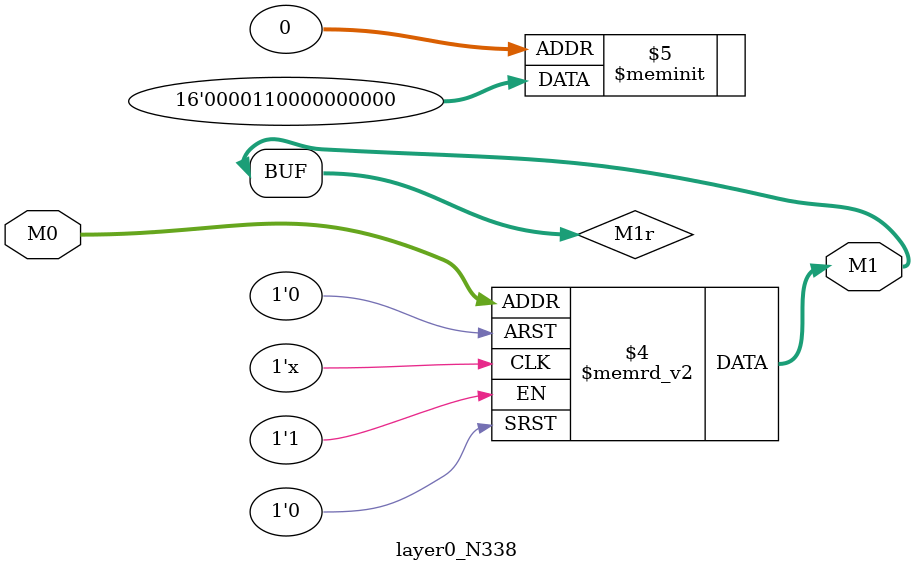
<source format=v>
module layer0_N338 ( input [2:0] M0, output [1:0] M1 );

	(*rom_style = "distributed" *) reg [1:0] M1r;
	assign M1 = M1r;
	always @ (M0) begin
		case (M0)
			3'b000: M1r = 2'b00;
			3'b100: M1r = 2'b00;
			3'b010: M1r = 2'b00;
			3'b110: M1r = 2'b00;
			3'b001: M1r = 2'b00;
			3'b101: M1r = 2'b11;
			3'b011: M1r = 2'b00;
			3'b111: M1r = 2'b00;

		endcase
	end
endmodule

</source>
